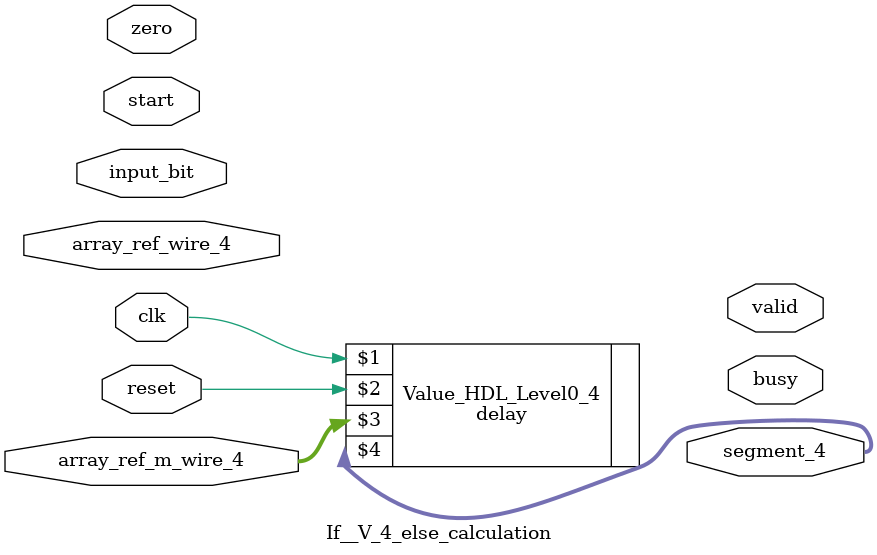
<source format=v>
module If__V_4_else_calculation(input [31:0]input_bit, input [31:0]zero, input [31:0]array_ref_wire_4, input [31:0]array_ref_m_wire_4, output [31:0]segment_4, input clk, input reset, input start, output valid, output busy);



	//Proceed with segment_4 = delay(array_ref_m_wire_4) 
	wire [31:0]segment_4;
	delay Value_HDL_Level0_4 ( clk, reset, array_ref_m_wire_4, segment_4);




endmodule

</source>
